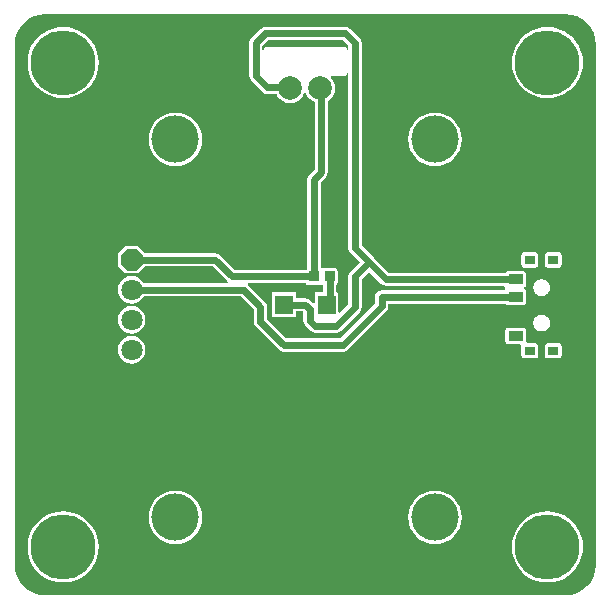
<source format=gtl>
G04 Layer_Physical_Order=1*
G04 Layer_Color=255*
%FSLAX44Y44*%
%MOMM*%
G71*
G01*
G75*
%ADD10R,0.8500X0.9500*%
%ADD11R,1.5000X1.6000*%
%ADD12R,1.2500X0.9000*%
%ADD13R,0.9000X0.8000*%
%ADD14C,0.6000*%
%ADD15P,1.9483X8X292.5*%
%ADD16C,1.8000*%
%ADD17C,4.0000*%
%ADD18C,5.5000*%
%ADD19C,2.0000*%
G36*
X475109Y495686D02*
X480022Y494196D01*
X484550Y491775D01*
X488518Y488518D01*
X491776Y484550D01*
X494196Y480022D01*
X495686Y475109D01*
X496165Y470248D01*
X496115Y470000D01*
X496115Y30000D01*
X496165Y29752D01*
X495686Y24891D01*
X494196Y19978D01*
X491776Y15450D01*
X488518Y11481D01*
X484550Y8224D01*
X480022Y5804D01*
X475109Y4314D01*
X471250Y3934D01*
X470000Y3885D01*
X470000Y3885D01*
X468730Y3885D01*
X31269Y3885D01*
X30000Y3885D01*
X28750Y3934D01*
X24891Y4314D01*
X19978Y5804D01*
X15450Y8224D01*
X11481Y11481D01*
X8225Y15450D01*
X5804Y19978D01*
X4314Y24891D01*
X3934Y28750D01*
X3885Y30000D01*
X3885Y30000D01*
X3885Y31252D01*
X3885Y470000D01*
X3835Y470248D01*
X4314Y475109D01*
X5804Y480022D01*
X8225Y484550D01*
X11481Y488518D01*
X15450Y491775D01*
X19978Y494196D01*
X24891Y495686D01*
X29752Y496165D01*
X30000Y496115D01*
X470000Y496115D01*
X470248Y496165D01*
X475109Y495686D01*
D02*
G37*
%LPC*%
G36*
X450505Y241733D02*
X449495D01*
X447739Y241384D01*
X446805Y240997D01*
X445317Y240003D01*
X445317Y240003D01*
X444602Y239288D01*
X444602Y239288D01*
X443608Y237800D01*
X443221Y236866D01*
X442872Y235110D01*
Y234855D01*
X442822Y234605D01*
X442872Y234355D01*
Y234100D01*
X443221Y232344D01*
X443608Y231411D01*
X444602Y229922D01*
X444602Y229922D01*
X445317Y229208D01*
X445317Y229208D01*
X446805Y228213D01*
X447739Y227826D01*
X449495Y227477D01*
X450505D01*
X452261Y227826D01*
X453195Y228213D01*
X454683Y229208D01*
X454683Y229208D01*
X455398Y229922D01*
X455398Y229922D01*
X456392Y231411D01*
X456779Y232344D01*
X457128Y234100D01*
Y234355D01*
X457178Y234605D01*
X457128Y234855D01*
Y235110D01*
X456779Y236866D01*
X456392Y237800D01*
X455398Y239288D01*
X455398Y239288D01*
X454683Y240003D01*
X454683Y240003D01*
X453195Y240997D01*
X452261Y241384D01*
X450505Y241733D01*
D02*
G37*
G36*
X103000Y248940D02*
X99987Y248543D01*
X97180Y247380D01*
X94770Y245530D01*
X92920Y243120D01*
X91757Y240313D01*
X91360Y237300D01*
X91757Y234287D01*
X92920Y231480D01*
X94770Y229070D01*
X97180Y227220D01*
X99987Y226057D01*
X103000Y225660D01*
X106012Y226057D01*
X108820Y227220D01*
X111230Y229070D01*
X113080Y231480D01*
X114243Y234287D01*
X114640Y237300D01*
X114243Y240313D01*
X113080Y243120D01*
X111230Y245530D01*
X108820Y247380D01*
X106012Y248543D01*
X103000Y248940D01*
D02*
G37*
G36*
X455000Y75133D02*
X450286Y74762D01*
X445689Y73658D01*
X441320Y71849D01*
X437288Y69378D01*
X433693Y66307D01*
X430622Y62712D01*
X428151Y58680D01*
X426342Y54311D01*
X425238Y49714D01*
X424867Y45000D01*
X425238Y40286D01*
X426342Y35688D01*
X428151Y31320D01*
X430622Y27288D01*
X433693Y23693D01*
X437288Y20622D01*
X441320Y18151D01*
X445689Y16342D01*
X450286Y15238D01*
X455000Y14867D01*
X459714Y15238D01*
X464312Y16342D01*
X468680Y18151D01*
X472712Y20622D01*
X476307Y23693D01*
X479378Y27288D01*
X481849Y31320D01*
X483658Y35688D01*
X484762Y40286D01*
X485133Y45000D01*
X484762Y49714D01*
X483658Y54311D01*
X481849Y58680D01*
X479378Y62712D01*
X476307Y66307D01*
X472712Y69378D01*
X468680Y71849D01*
X464312Y73658D01*
X459714Y74762D01*
X455000Y75133D01*
D02*
G37*
G36*
X140000Y92649D02*
X135581Y92214D01*
X131333Y90925D01*
X127417Y88832D01*
X123985Y86015D01*
X121168Y82583D01*
X119075Y78667D01*
X117786Y74419D01*
X117351Y70000D01*
X117786Y65581D01*
X119075Y61333D01*
X121168Y57417D01*
X123985Y53985D01*
X127417Y51168D01*
X131333Y49075D01*
X135581Y47786D01*
X140000Y47351D01*
X144419Y47786D01*
X148667Y49075D01*
X152583Y51168D01*
X156015Y53985D01*
X158832Y57417D01*
X160925Y61333D01*
X162214Y65581D01*
X162649Y70000D01*
X162214Y74419D01*
X160925Y78667D01*
X158832Y82583D01*
X156015Y86015D01*
X152583Y88832D01*
X148667Y90925D01*
X144419Y92214D01*
X140000Y92649D01*
D02*
G37*
G36*
X103000Y223540D02*
X99987Y223143D01*
X97180Y221980D01*
X94770Y220130D01*
X92920Y217720D01*
X91757Y214912D01*
X91360Y211900D01*
X91757Y208888D01*
X92920Y206080D01*
X94770Y203670D01*
X97180Y201820D01*
X99987Y200657D01*
X103000Y200261D01*
X106012Y200657D01*
X108820Y201820D01*
X111230Y203670D01*
X113080Y206080D01*
X114243Y208888D01*
X114640Y211900D01*
X114243Y214912D01*
X113080Y217720D01*
X111230Y220130D01*
X108820Y221980D01*
X106012Y223143D01*
X103000Y223540D01*
D02*
G37*
G36*
X360000Y92649D02*
X355581Y92214D01*
X351333Y90925D01*
X347417Y88832D01*
X343985Y86015D01*
X341168Y82583D01*
X339075Y78667D01*
X337786Y74419D01*
X337351Y70000D01*
X337786Y65581D01*
X339075Y61333D01*
X341168Y57417D01*
X343985Y53985D01*
X347417Y51168D01*
X351333Y49075D01*
X355581Y47786D01*
X360000Y47351D01*
X364419Y47786D01*
X368667Y49075D01*
X372583Y51168D01*
X376015Y53985D01*
X378832Y57417D01*
X380925Y61333D01*
X382214Y65581D01*
X382649Y70000D01*
X382214Y74419D01*
X380925Y78667D01*
X378832Y82583D01*
X376015Y86015D01*
X372583Y88832D01*
X368667Y90925D01*
X364419Y92214D01*
X360000Y92649D01*
D02*
G37*
G36*
X464500Y217695D02*
X455500D01*
X454509Y217498D01*
X453669Y216936D01*
X453107Y216096D01*
X452910Y215105D01*
Y207105D01*
X453107Y206114D01*
X453669Y205274D01*
X454509Y204713D01*
X455500Y204515D01*
X464500D01*
X465491Y204713D01*
X466331Y205274D01*
X466893Y206114D01*
X467090Y207105D01*
Y215105D01*
X466893Y216096D01*
X466331Y216936D01*
X465491Y217498D01*
X464500Y217695D01*
D02*
G37*
G36*
X434500Y230695D02*
X422000D01*
X421009Y230498D01*
X420169Y229936D01*
X419607Y229096D01*
X419410Y228105D01*
Y219105D01*
X419607Y218114D01*
X420169Y217274D01*
X421009Y216713D01*
X422000Y216516D01*
X431976D01*
X432938Y215245D01*
X432910Y215105D01*
Y207105D01*
X433107Y206114D01*
X433669Y205274D01*
X434509Y204713D01*
X435500Y204515D01*
X444500D01*
X445491Y204713D01*
X446331Y205274D01*
X446893Y206114D01*
X447090Y207105D01*
Y215105D01*
X446893Y216096D01*
X446331Y216936D01*
X445491Y217498D01*
X444500Y217695D01*
X438024D01*
X437062Y218965D01*
X437090Y219105D01*
Y228105D01*
X436893Y229096D01*
X436331Y229936D01*
X435491Y230498D01*
X434500Y230695D01*
D02*
G37*
G36*
X450505Y271733D02*
X449495D01*
X447739Y271384D01*
X446805Y270997D01*
X445317Y270003D01*
X445317Y270003D01*
X444602Y269288D01*
X444602Y269288D01*
X443608Y267800D01*
X443221Y266866D01*
X442872Y265110D01*
Y264855D01*
X442822Y264605D01*
X442872Y264355D01*
Y264100D01*
X443221Y262344D01*
X443608Y261411D01*
X444602Y259922D01*
X444602Y259922D01*
X445317Y259208D01*
X445317Y259208D01*
X446805Y258213D01*
X447739Y257826D01*
X449495Y257477D01*
X450505D01*
X452261Y257826D01*
X453195Y258213D01*
X454683Y259208D01*
X454683Y259208D01*
X455398Y259922D01*
X455398Y259922D01*
X456392Y261411D01*
X456779Y262344D01*
X457128Y264100D01*
Y264355D01*
X457178Y264605D01*
X457128Y264855D01*
Y265110D01*
X456779Y266866D01*
X456392Y267800D01*
X455398Y269288D01*
X455398Y269288D01*
X454683Y270003D01*
X454683Y270003D01*
X453195Y270997D01*
X452261Y271384D01*
X450505Y271733D01*
D02*
G37*
G36*
X455000Y485133D02*
X450286Y484762D01*
X445689Y483658D01*
X441320Y481849D01*
X437288Y479378D01*
X433693Y476307D01*
X430622Y472712D01*
X428151Y468680D01*
X426342Y464312D01*
X425238Y459714D01*
X424867Y455000D01*
X425238Y450286D01*
X426342Y445688D01*
X428151Y441320D01*
X430622Y437288D01*
X433693Y433693D01*
X437288Y430622D01*
X441320Y428151D01*
X445689Y426342D01*
X450286Y425238D01*
X455000Y424867D01*
X459714Y425238D01*
X464312Y426342D01*
X468680Y428151D01*
X472712Y430622D01*
X476307Y433693D01*
X479378Y437288D01*
X481849Y441320D01*
X483658Y445688D01*
X484762Y450286D01*
X485133Y455000D01*
X484762Y459714D01*
X483658Y464312D01*
X481849Y468680D01*
X479378Y472712D01*
X476307Y476307D01*
X472712Y479378D01*
X468680Y481849D01*
X464312Y483658D01*
X459714Y484762D01*
X455000Y485133D01*
D02*
G37*
G36*
X45000D02*
X40286Y484762D01*
X35688Y483658D01*
X31320Y481849D01*
X27288Y479378D01*
X23693Y476307D01*
X20622Y472712D01*
X18151Y468680D01*
X16342Y464312D01*
X15238Y459714D01*
X14867Y455000D01*
X15238Y450286D01*
X16342Y445688D01*
X18151Y441320D01*
X20622Y437288D01*
X23693Y433693D01*
X27288Y430622D01*
X31320Y428151D01*
X35688Y426342D01*
X40286Y425238D01*
X45000Y424867D01*
X49714Y425238D01*
X54312Y426342D01*
X58680Y428151D01*
X62712Y430622D01*
X66307Y433693D01*
X69378Y437288D01*
X71849Y441320D01*
X73658Y445688D01*
X74762Y450286D01*
X75133Y455000D01*
X74762Y459714D01*
X73658Y464312D01*
X71849Y468680D01*
X69378Y472712D01*
X66307Y476307D01*
X62712Y479378D01*
X58680Y481849D01*
X54312Y483658D01*
X49714Y484762D01*
X45000Y485133D01*
D02*
G37*
G36*
X283898Y485547D02*
X283898Y485547D01*
X216102D01*
X216102Y485547D01*
X213940Y485117D01*
X212108Y483893D01*
X212108Y483892D01*
X204006Y475791D01*
X202781Y473958D01*
X202351Y471797D01*
X202351Y471796D01*
Y444000D01*
X202351Y444000D01*
X202781Y441838D01*
X204006Y440006D01*
X214006Y430006D01*
X214006Y430006D01*
X215838Y428781D01*
X218000Y428351D01*
X218000Y428352D01*
X225735D01*
X226346Y426876D01*
X228356Y424256D01*
X230976Y422246D01*
X234026Y420983D01*
X237300Y420552D01*
X240574Y420983D01*
X243624Y422246D01*
X246244Y424256D01*
X248254Y426876D01*
X249313Y429433D01*
X250687D01*
X251746Y426876D01*
X253756Y424256D01*
X256376Y422246D01*
X257852Y421635D01*
Y364340D01*
X253506Y359994D01*
X252281Y358162D01*
X251851Y356000D01*
X251852Y356000D01*
Y280870D01*
X251419Y280581D01*
X250857Y279741D01*
X250839Y279648D01*
X190340D01*
X177894Y292094D01*
X176062Y293319D01*
X173900Y293749D01*
X173900Y293748D01*
X114287D01*
X113831Y294431D01*
X109331Y298931D01*
X108491Y299493D01*
X107500Y299690D01*
X98500D01*
X97509Y299493D01*
X96669Y298931D01*
X92169Y294431D01*
X91607Y293591D01*
X91410Y292600D01*
Y283600D01*
X91607Y282609D01*
X92169Y281769D01*
X96669Y277269D01*
X97509Y276707D01*
X98500Y276510D01*
X107500D01*
X108491Y276707D01*
X109331Y277269D01*
X113831Y281769D01*
X114287Y282451D01*
X171560D01*
X184006Y270006D01*
X184006Y270006D01*
X184586Y269618D01*
X184200Y268349D01*
X113151D01*
X113080Y268520D01*
X111230Y270930D01*
X108820Y272780D01*
X106012Y273943D01*
X103000Y274340D01*
X99987Y273943D01*
X97180Y272780D01*
X94770Y270930D01*
X92920Y268520D01*
X91757Y265713D01*
X91360Y262700D01*
X91757Y259687D01*
X92920Y256880D01*
X94770Y254470D01*
X97180Y252620D01*
X99987Y251457D01*
X103000Y251060D01*
X106012Y251457D01*
X108820Y252620D01*
X111230Y254470D01*
X113080Y256880D01*
X113151Y257052D01*
X195460D01*
X206352Y246160D01*
Y235605D01*
X206352Y235605D01*
X206782Y233444D01*
X208006Y231611D01*
X227611Y212006D01*
X227611Y212006D01*
X229444Y210781D01*
X231605Y210352D01*
X282000D01*
X282000Y210351D01*
X284162Y210781D01*
X285994Y212006D01*
X318599Y244611D01*
X318599Y244611D01*
X319824Y246444D01*
X320254Y248605D01*
X320254Y248605D01*
Y250957D01*
X419713D01*
X420169Y250274D01*
X421009Y249713D01*
X422000Y249515D01*
X434500D01*
X435491Y249713D01*
X436331Y250274D01*
X436893Y251114D01*
X437090Y252105D01*
Y261105D01*
X436893Y262096D01*
X436331Y262936D01*
X435583Y263436D01*
X435510Y264105D01*
X435583Y264774D01*
X436331Y265274D01*
X436893Y266114D01*
X437090Y267105D01*
Y276105D01*
X436893Y277096D01*
X436331Y277936D01*
X435491Y278498D01*
X434500Y278695D01*
X422000D01*
X421009Y278498D01*
X420169Y277936D01*
X419713Y277254D01*
X320734D01*
X307994Y289994D01*
X307994Y289994D01*
X297649Y300340D01*
Y471796D01*
X297649Y471797D01*
X297219Y473958D01*
X295994Y475791D01*
X295994Y475791D01*
X287892Y483893D01*
X286060Y485117D01*
X283898Y485547D01*
D02*
G37*
G36*
X45000Y75133D02*
X40286Y74762D01*
X35688Y73658D01*
X31320Y71849D01*
X27288Y69378D01*
X23693Y66307D01*
X20622Y62712D01*
X18151Y58680D01*
X16342Y54311D01*
X15238Y49714D01*
X14867Y45000D01*
X15238Y40286D01*
X16342Y35688D01*
X18151Y31320D01*
X20622Y27288D01*
X23693Y23693D01*
X27288Y20622D01*
X31320Y18151D01*
X35688Y16342D01*
X40286Y15238D01*
X45000Y14867D01*
X49714Y15238D01*
X54312Y16342D01*
X58680Y18151D01*
X62712Y20622D01*
X66307Y23693D01*
X69378Y27288D01*
X71849Y31320D01*
X73658Y35688D01*
X74762Y40286D01*
X75133Y45000D01*
X74762Y49714D01*
X73658Y54311D01*
X71849Y58680D01*
X69378Y62712D01*
X66307Y66307D01*
X62712Y69378D01*
X58680Y71849D01*
X54312Y73658D01*
X49714Y74762D01*
X45000Y75133D01*
D02*
G37*
G36*
X464500Y294695D02*
X455500D01*
X454509Y294498D01*
X453669Y293936D01*
X453107Y293096D01*
X452910Y292105D01*
Y284105D01*
X453107Y283114D01*
X453669Y282274D01*
X454509Y281713D01*
X455500Y281516D01*
X464500D01*
X465491Y281713D01*
X466331Y282274D01*
X466893Y283114D01*
X467090Y284105D01*
Y292105D01*
X466893Y293096D01*
X466331Y293936D01*
X465491Y294498D01*
X464500Y294695D01*
D02*
G37*
G36*
X444500D02*
X435500D01*
X434509Y294498D01*
X433669Y293936D01*
X433107Y293096D01*
X432910Y292105D01*
Y284105D01*
X433107Y283114D01*
X433669Y282274D01*
X434509Y281713D01*
X435500Y281516D01*
X444500D01*
X445491Y281713D01*
X446331Y282274D01*
X446893Y283114D01*
X447090Y284105D01*
Y292105D01*
X446893Y293096D01*
X446331Y293936D01*
X445491Y294498D01*
X444500Y294695D01*
D02*
G37*
G36*
X360000Y412649D02*
X355581Y412214D01*
X351333Y410925D01*
X347417Y408832D01*
X343985Y406015D01*
X341168Y402583D01*
X339075Y398667D01*
X337786Y394419D01*
X337351Y390000D01*
X337786Y385581D01*
X339075Y381333D01*
X341168Y377417D01*
X343985Y373985D01*
X347417Y371168D01*
X351333Y369075D01*
X355581Y367786D01*
X360000Y367351D01*
X364419Y367786D01*
X368667Y369075D01*
X372583Y371168D01*
X376015Y373985D01*
X378832Y377417D01*
X380925Y381333D01*
X382214Y385581D01*
X382649Y390000D01*
X382214Y394419D01*
X380925Y398667D01*
X378832Y402583D01*
X376015Y406015D01*
X372583Y408832D01*
X368667Y410925D01*
X364419Y412214D01*
X360000Y412649D01*
D02*
G37*
G36*
X140000D02*
X135581Y412214D01*
X131333Y410925D01*
X127417Y408832D01*
X123985Y406015D01*
X121168Y402583D01*
X119075Y398667D01*
X117786Y394419D01*
X117351Y390000D01*
X117786Y385581D01*
X119075Y381333D01*
X121168Y377417D01*
X123985Y373985D01*
X127417Y371168D01*
X131333Y369075D01*
X135581Y367786D01*
X140000Y367351D01*
X144419Y367786D01*
X148667Y369075D01*
X152583Y371168D01*
X156015Y373985D01*
X158832Y377417D01*
X160925Y381333D01*
X162214Y385581D01*
X162649Y390000D01*
X162214Y394419D01*
X160925Y398667D01*
X158832Y402583D01*
X156015Y406015D01*
X152583Y408832D01*
X148667Y410925D01*
X144419Y412214D01*
X140000Y412649D01*
D02*
G37*
%LPD*%
G36*
X286352Y469457D02*
Y466020D01*
X285090Y466000D01*
X284893Y466991D01*
X284331Y467831D01*
X283491Y468393D01*
X282500Y468590D01*
X217500D01*
X216509Y468393D01*
X215669Y467831D01*
X215107Y466991D01*
X214910Y466000D01*
X213648Y466020D01*
Y469457D01*
X218441Y474250D01*
X281559D01*
X286352Y469457D01*
D02*
G37*
G36*
X314401Y267611D02*
X314401Y267611D01*
X316233Y266387D01*
X318395Y265957D01*
X318395Y265957D01*
X418562D01*
X419460Y265059D01*
Y263524D01*
X418908Y262254D01*
X314605D01*
X312444Y261824D01*
X310611Y260599D01*
X309387Y258767D01*
X308957Y256605D01*
Y250945D01*
X279660Y221649D01*
X233945D01*
X217649Y237945D01*
Y248500D01*
X217649Y248500D01*
X217219Y250662D01*
X215994Y252494D01*
X215994Y252494D01*
X201794Y266694D01*
X201214Y267082D01*
X201600Y268351D01*
X250710D01*
Y266710D01*
X264851D01*
Y260540D01*
X257960D01*
Y251688D01*
X256787Y251202D01*
X253994Y253994D01*
X252162Y255219D01*
X250000Y255649D01*
X250000Y255648D01*
X242040D01*
Y260540D01*
X221960D01*
Y239460D01*
X242040D01*
Y244352D01*
X247660D01*
X248351Y243660D01*
Y236605D01*
X248351Y236605D01*
X248781Y234444D01*
X250006Y232611D01*
X254611Y228006D01*
X254611Y228006D01*
X256444Y226781D01*
X258605Y226351D01*
X258605Y226352D01*
X276000D01*
X276000Y226351D01*
X278162Y226781D01*
X279994Y228006D01*
X295994Y244006D01*
X295994Y244006D01*
X297219Y245838D01*
X297649Y248000D01*
X297649Y248000D01*
Y271660D01*
X304000Y278012D01*
X314401Y267611D01*
D02*
G37*
G36*
X286352Y445980D02*
Y298000D01*
X286351Y298000D01*
X286781Y295838D01*
X288006Y294006D01*
X296012Y286000D01*
X288006Y277994D01*
X286781Y276162D01*
X286351Y274000D01*
X286352Y274000D01*
Y250340D01*
X279263Y243251D01*
X278090Y243737D01*
Y258000D01*
X277893Y258991D01*
X277331Y259831D01*
X276491Y260393D01*
X276148Y260461D01*
Y267130D01*
X276581Y267419D01*
X277143Y268259D01*
X277340Y269250D01*
Y278750D01*
X277143Y279741D01*
X276581Y280581D01*
X275741Y281143D01*
X274750Y281340D01*
X266250D01*
X265259Y281143D01*
X264896Y280900D01*
X264335Y280764D01*
X263148Y281718D01*
Y353660D01*
X267494Y358006D01*
X267494Y358006D01*
X268719Y359838D01*
X269149Y362000D01*
X269149Y362000D01*
Y422342D01*
X271644Y424256D01*
X273654Y426876D01*
X274917Y429926D01*
X275348Y433200D01*
X274917Y436474D01*
X273654Y439524D01*
X271644Y442144D01*
X271560Y442208D01*
X271968Y443410D01*
X282500D01*
X283491Y443607D01*
X284331Y444169D01*
X284893Y445009D01*
X285090Y446000D01*
X286352Y445980D01*
D02*
G37*
D10*
X257500Y274000D02*
D03*
X270500D02*
D03*
D11*
X268000Y250000D02*
D03*
X232000D02*
D03*
D12*
X428250Y223605D02*
D03*
Y256605D02*
D03*
Y271605D02*
D03*
D13*
X460000Y288105D02*
D03*
X440000D02*
D03*
X460000Y211105D02*
D03*
X440000D02*
D03*
D14*
X314605Y248605D02*
Y256605D01*
X282000Y216000D02*
X314605Y248605D01*
X231605Y216000D02*
X282000D01*
X212000Y235605D02*
X231605Y216000D01*
X212000Y235605D02*
Y248500D01*
X197800Y262700D02*
X212000Y248500D01*
X103000Y262700D02*
X197800D01*
X304000Y286000D02*
X318395Y271605D01*
X292000Y298000D02*
X304000Y286000D01*
X292000Y274000D02*
X304000Y286000D01*
X292000Y248000D02*
Y274000D01*
X276000Y232000D02*
X292000Y248000D01*
X258605Y232000D02*
X276000D01*
X254000Y236605D02*
X258605Y232000D01*
X254000Y236605D02*
Y246000D01*
X250000Y250000D02*
X254000Y246000D01*
X232000Y250000D02*
X250000D01*
X103000Y262700D02*
Y263540D01*
X314605Y256605D02*
X428250D01*
X318395Y271605D02*
X428250D01*
X208000Y471797D02*
X216102Y479898D01*
X208000Y444000D02*
Y471797D01*
Y444000D02*
X218000Y434000D01*
X283898Y479898D02*
X292000Y471797D01*
Y298000D02*
Y471797D01*
X216102Y479898D02*
X283898D01*
X262700Y425750D02*
X263500Y424950D01*
Y362000D02*
Y424950D01*
X257500Y356000D02*
X263500Y362000D01*
X257500Y274000D02*
Y356000D01*
X268000Y250000D02*
X270500Y252500D01*
Y274000D01*
X188000D02*
X257500D01*
X173900Y288100D02*
X188000Y274000D01*
X103000Y288100D02*
X173900D01*
X218000Y434000D02*
X237300D01*
D15*
X103000Y288100D02*
D03*
D16*
Y262700D02*
D03*
Y237300D02*
D03*
Y211900D02*
D03*
D17*
X140000Y70000D02*
D03*
X360000D02*
D03*
Y390000D02*
D03*
X140000D02*
D03*
D18*
X45000Y455000D02*
D03*
X455000D02*
D03*
X45000Y45000D02*
D03*
X455000D02*
D03*
D19*
X237300Y433200D02*
D03*
X262700D02*
D03*
M02*

</source>
